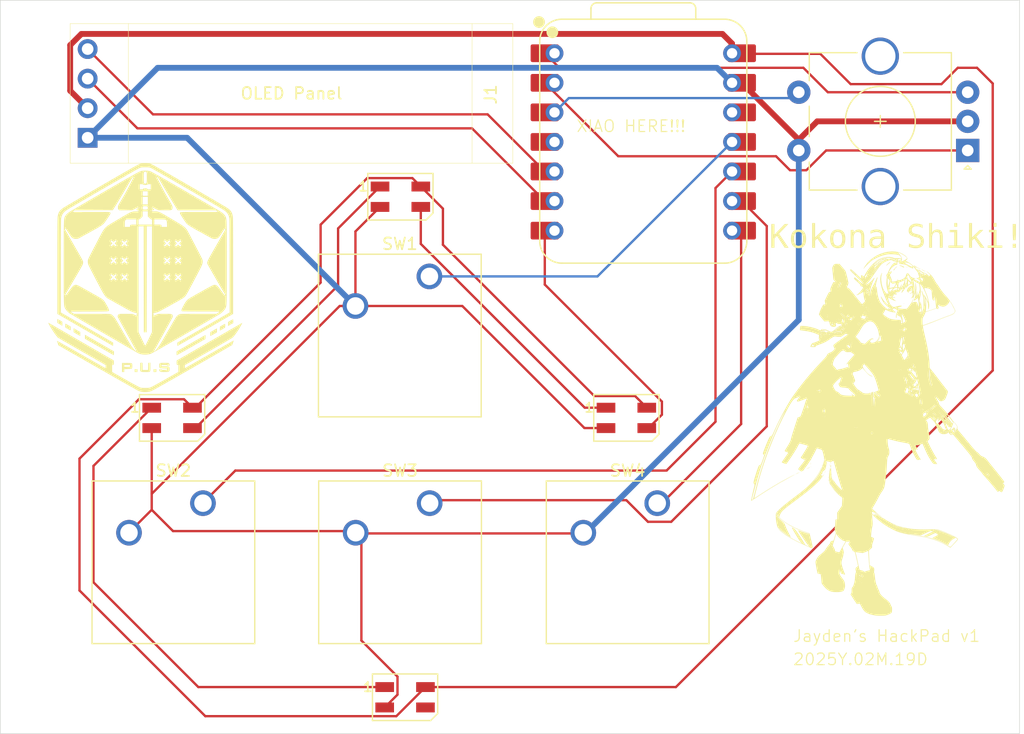
<source format=kicad_pcb>
(kicad_pcb (version 20240108) (generator "pcbnew") (generator_version "8.0")
  (layers (0 "F.Cu" signal) (31 "B.Cu" signal) (34 "B.Paste" user) (35 "F.Paste" user) (36 "B.SilkS" user "B.Silkscreen") (37 "F.SilkS" user "F.Silkscreen") (38 "B.Mask" user) (39 "F.Mask" user) (44 "Edge.Cuts" user))
  (net 0 "")
  (net 1 "Net-(D1-DOUT)")
  (net 2 "+5V")
  (net 3 "GND")
  (net 4 "Net-(D1-DIN)")
  (net 5 "Net-(D2-DOUT)")
  (net 6 "Net-(D3-DIN)")
  (net 7 "Net-(U1-GPIO3{slash}MOSI)")
  (net 8 "Net-(U1-GPIO4{slash}MISO)")
  (net 9 "Net-(U1-GPIO2{slash}SCK)")
  (net 10 "Net-(U1-GPIO1{slash}RX)")
  (net 13 "Net-(U1-GPIO27{slash}ADC1{slash}A1)")
  (net 14 "Net-(U1-GPIO26{slash}ADC0{slash}A0)")
  (net 15 "SCL")
  (net 17 "Net-(U1-GPIO28{slash}ADC2{slash}A2)")
  (net 18 "SDA")
  (footprint "LED_SMD:LED_SK6812MINI_PLCC4_3.5x3.5mm_P1.75mm" (layer "F.Cu") (at 157.75 84.875)
    (property "Reference" "D3" (hide yes))
    (property "Value" "SK6812MINI" (hide yes))
    (fp_text user "1" (at -3.2 -0.875 0) (layer "F.SilkS") (effects (font (size 0.8 0.8))))
    (pad "1" smd rect (at -1.75 -0.875) (size 1.6 0.85) (layers "F.Cu" "F.Paste" "F.Mask") (net 4 "Net-(D1-DIN)"))
    (pad "2" smd rect (at -1.75 0.875) (size 1.6 0.85) (layers "F.Cu" "F.Paste" "F.Mask") (net 3 "GND"))
    (pad "3" smd rect (at 1.75 0.875) (size 1.6 0.85) (layers "F.Cu" "F.Paste" "F.Mask") (net 6 "Net-(D3-DIN)"))
    (pad "4" smd rect (at 1.75 -0.875) (size 1.6 0.85) (layers "F.Cu" "F.Paste" "F.Mask") (net 2 "+5V"))
  )
  (footprint "hackpadv1:SSD1306-0.91-OLED-4pin-128x32" (layer "F.Cu") (at 148 63 180)
    (property "Reference" "J1" (at 1.9 5.91 90) (layer "F.SilkS"))
    (property "Value" "Conn_01x04_Pin" (hide yes))
    (fp_text user "OLED Panel" (at 19 6 0) (layer "F.SilkS"))
    (pad "1" thru_hole rect (at 36.5 2.19 180) (size 1.7 1.7) (drill 1) (layers "*.Cu" "*.Mask") (net 3 "GND"))
    (pad "2" thru_hole oval (at 36.5 4.73 180) (size 1.7 1.7) (drill 1) (layers "*.Cu" "*.Mask") (net 2 "+5V"))
    (pad "3" thru_hole oval (at 36.5 7.27 180) (size 1.7 1.7) (drill 1) (layers "*.Cu" "*.Mask") (net 15 "SCL"))
    (pad "4" thru_hole oval (at 36.5 9.81 180) (size 1.7 1.7) (drill 1) (layers "*.Cu" "*.Mask") (net 18 "SDA"))
  )
  (footprint "Button_Switch_Keyboard:SW_Cherry_MX_1.00u_PCB" (layer "F.Cu") (at 140.86 92.2)
    (property "Reference" "SW3" (at -2.54 -2.794 0) (layer "F.SilkS"))
    (property "Value" "SW_Push" (hide yes))
    (pad "" np_thru_hole circle (at -7.62 5.08) (size 1.7 1.7) (drill 1.7) (layers "*.Cu" "*.Mask"))
    (pad "" np_thru_hole circle (at -2.54 5.08) (size 4 4) (drill 4) (layers "*.Cu" "*.Mask"))
    (pad "" np_thru_hole circle (at 2.54 5.08) (size 1.7 1.7) (drill 1.7) (layers "*.Cu" "*.Mask"))
    (pad "1" thru_hole circle (at 0 0) (size 2.2 2.2) (drill 1.5) (layers "*.Cu" "*.Mask") (net 9 "Net-(U1-GPIO2{slash}SCK)"))
    (pad "2" thru_hole circle (at -6.35 2.54) (size 2.2 2.2) (drill 1.5) (layers "*.Cu" "*.Mask") (net 3 "GND"))
  )
  (footprint "Button_Switch_Keyboard:SW_Cherry_MX_1.00u_PCB" (layer "F.Cu") (at 121.4 92.2)
    (property "Reference" "SW2" (at -2.54 -2.794 0) (layer "F.SilkS"))
    (property "Value" "SW_Push" (hide yes))
    (pad "" np_thru_hole circle (at -7.62 5.08) (size 1.7 1.7) (drill 1.7) (layers "*.Cu" "*.Mask"))
    (pad "" np_thru_hole circle (at -2.54 5.08) (size 4 4) (drill 4) (layers "*.Cu" "*.Mask"))
    (pad "" np_thru_hole circle (at 2.54 5.08) (size 1.7 1.7) (drill 1.7) (layers "*.Cu" "*.Mask"))
    (pad "1" thru_hole circle (at 0 0) (size 2.2 2.2) (drill 1.5) (layers "*.Cu" "*.Mask") (net 8 "Net-(U1-GPIO4{slash}MISO)"))
    (pad "2" thru_hole circle (at -6.35 2.54) (size 2.2 2.2) (drill 1.5) (layers "*.Cu" "*.Mask") (net 3 "GND"))
  )
  (footprint "Button_Switch_Keyboard:SW_Cherry_MX_1.00u_PCB" (layer "F.Cu") (at 140.84 72.72)
    (property "Reference" "SW1" (at -2.54 -2.794 0) (layer "F.SilkS"))
    (property "Value" "SW_Push" (hide yes))
    (pad "" np_thru_hole circle (at -7.62 5.08) (size 1.7 1.7) (drill 1.7) (layers "*.Cu" "*.Mask"))
    (pad "" np_thru_hole circle (at -2.54 5.08) (size 4 4) (drill 4) (layers "*.Cu" "*.Mask"))
    (pad "" np_thru_hole circle (at 2.54 5.08) (size 1.7 1.7) (drill 1.7) (layers "*.Cu" "*.Mask"))
    (pad "1" thru_hole circle (at 0 0) (size 2.2 2.2) (drill 1.5) (layers "*.Cu" "*.Mask") (net 7 "Net-(U1-GPIO3{slash}MOSI)"))
    (pad "2" thru_hole circle (at -6.35 2.54) (size 2.2 2.2) (drill 1.5) (layers "*.Cu" "*.Mask") (net 3 "GND"))
  )
  (footprint "Rotary_Encoder:RotaryEncoder_Alps_EC11E-Switch_Vertical_H20mm_CircularMountingHoles" (layer "F.Cu") (at 187.05 61.9 180)
    (property "Reference" "SW5" (hide yes))
    (property "Value" "RotaryEncoder_Switch" (hide yes))
    (pad "A" thru_hole rect (at 0 0 180) (size 2 2) (drill 1) (layers "*.Cu" "*.Mask") (net 13 "Net-(U1-GPIO27{slash}ADC1{slash}A1)"))
    (pad "B" thru_hole circle (at 0 5 180) (size 2 2) (drill 1) (layers "*.Cu" "*.Mask") (net 14 "Net-(U1-GPIO26{slash}ADC0{slash}A0)"))
    (pad "C" thru_hole circle (at 0 2.5 180) (size 2 2) (drill 1) (layers "*.Cu" "*.Mask") (net 3 "GND"))
    (pad "MP" thru_hole circle (at 7.5 -3.1 180) (size 3.2 3.2) (drill 2.6) (layers "*.Cu" "*.Mask"))
    (pad "MP" thru_hole circle (at 7.5 8.1 180) (size 3.2 3.2) (drill 2.6) (layers "*.Cu" "*.Mask"))
    (pad "S1" thru_hole circle (at 14.5 5 180) (size 2 2) (drill 1) (layers "*.Cu" "*.Mask") (net 17 "Net-(U1-GPIO28{slash}ADC2{slash}A2)"))
    (pad "S2" thru_hole circle (at 14.5 0 180) (size 2 2) (drill 1) (layers "*.Cu" "*.Mask") (net 3 "GND"))
  )
  (footprint "hackpadv1:PaintingUtopiaSecurityLogo" (layer "F.Cu") (at 116.4 72.8)
    (property "Reference" "G***" (hide yes))
    (property "Value" "LOGO" (hide yes))
  )
  (footprint "OPL:XIAO-RP2040-DIP" (layer "F.Cu") (at 159.2 61.1685)
    (property "Reference" "U1" (hide yes))
    (property "Value" "XIAO-RP2040-DIP")
    (pad "1" smd roundrect (at -8.455 -7.62 180) (size 2.432 1.524) (layers "F.Cu" "F.Mask") (roundrect_rratio 0.1) (net 14 "Net-(U1-GPIO26{slash}ADC0{slash}A0)"))
    (pad "1" thru_hole circle (at -7.62 -7.62 180) (size 1.524 1.524) (drill 0.889) (layers "*.Cu" "*.Mask") (net 14 "Net-(U1-GPIO26{slash}ADC0{slash}A0)"))
    (pad "2" smd roundrect (at -8.455 -5.08 180) (size 2.432 1.524) (layers "F.Cu" "F.Mask") (roundrect_rratio 0.1) (net 13 "Net-(U1-GPIO27{slash}ADC1{slash}A1)"))
    (pad "2" thru_hole circle (at -7.62 -5.08 180) (size 1.524 1.524) (drill 0.889) (layers "*.Cu" "*.Mask") (net 13 "Net-(U1-GPIO27{slash}ADC1{slash}A1)"))
    (pad "3" smd roundrect (at -8.455 -2.54 180) (size 2.432 1.524) (layers "F.Cu" "F.Mask") (roundrect_rratio 0.1) (net 17 "Net-(U1-GPIO28{slash}ADC2{slash}A2)"))
    (pad "3" thru_hole circle (at -7.62 -2.54 180) (size 1.524 1.524) (drill 0.889) (layers "*.Cu" "*.Mask") (net 17 "Net-(U1-GPIO28{slash}ADC2{slash}A2)"))
    (pad "4" smd roundrect (at -8.455 0 180) (size 2.432 1.524) (layers "F.Cu" "F.Mask") (roundrect_rratio 0.1))
    (pad "4" thru_hole circle (at -7.62 0 180) (size 1.524 1.524) (drill 0.889) (layers "*.Cu" "*.Mask"))
    (pad "5" smd roundrect (at -8.455 2.54 180) (size 2.432 1.524) (layers "F.Cu" "F.Mask") (roundrect_rratio 0.1) (net 18 "SDA"))
    (pad "5" thru_hole circle (at -7.62 2.54 180) (size 1.524 1.524) (drill 0.889) (layers "*.Cu" "*.Mask") (net 18 "SDA"))
    (pad "6" smd roundrect (at -8.455 5.08 180) (size 2.432 1.524) (layers "F.Cu" "F.Mask") (roundrect_rratio 0.1) (net 15 "SCL"))
    (pad "6" thru_hole circle (at -7.62 5.08 180) (size 1.524 1.524) (drill 0.889) (layers "*.Cu" "*.Mask") (net 15 "SCL"))
    (pad "7" smd roundrect (at -8.455 7.62 180) (size 2.432 1.524) (layers "F.Cu" "F.Mask") (roundrect_rratio 0.1) (net 6 "Net-(D3-DIN)"))
    (pad "7" thru_hole circle (at -7.62 7.62 180) (size 1.524 1.524) (drill 0.889) (layers "*.Cu" "*.Mask") (net 6 "Net-(D3-DIN)"))
    (pad "8" thru_hole circle (at 7.62 7.62) (size 1.524 1.524) (drill 0.889) (layers "*.Cu" "*.Mask") (net 10 "Net-(U1-GPIO1{slash}RX)"))
    (pad "8" smd roundrect (at 8.455 7.62) (size 2.432 1.524) (layers "F.Cu" "F.Mask") (roundrect_rratio 0.1) (net 10 "Net-(U1-GPIO1{slash}RX)"))
    (pad "9" thru_hole circle (at 7.62 5.08) (size 1.524 1.524) (drill 0.889) (layers "*.Cu" "*.Mask") (net 9 "Net-(U1-GPIO2{slash}SCK)"))
    (pad "9" smd roundrect (at 8.455 5.08) (size 2.432 1.524) (layers "F.Cu" "F.Mask") (roundrect_rratio 0.1) (net 9 "Net-(U1-GPIO2{slash}SCK)"))
    (pad "10" thru_hole circle (at 7.62 2.54) (size 1.524 1.524) (drill 0.889) (layers "*.Cu" "*.Mask") (net 8 "Net-(U1-GPIO4{slash}MISO)"))
    (pad "10" smd roundrect (at 8.455 2.54) (size 2.432 1.524) (layers "F.Cu" "F.Mask") (roundrect_rratio 0.1) (net 8 "Net-(U1-GPIO4{slash}MISO)"))
    (pad "11" thru_hole circle (at 7.62 0) (size 1.524 1.524) (drill 0.889) (layers "*.Cu" "*.Mask") (net 7 "Net-(U1-GPIO3{slash}MOSI)"))
    (pad "11" smd roundrect (at 8.455 0) (size 2.432 1.524) (layers "F.Cu" "F.Mask") (roundrect_rratio 0.1) (net 7 "Net-(U1-GPIO3{slash}MOSI)"))
    (pad "12" thru_hole circle (at 7.62 -2.54) (size 1.524 1.524) (drill 0.889) (layers "*.Cu" "*.Mask"))
    (pad "12" smd roundrect (at 8.455 -2.54) (size 2.432 1.524) (layers "F.Cu" "F.Mask") (roundrect_rratio 0.1))
    (pad "13" thru_hole circle (at 7.62 -5.08) (size 1.524 1.524) (drill 0.889) (layers "*.Cu" "*.Mask") (net 3 "GND"))
    (pad "13" smd roundrect (at 8.455 -5.08) (size 2.432 1.524) (layers "F.Cu" "F.Mask") (roundrect_rratio 0.1) (net 3 "GND"))
    (pad "14" thru_hole circle (at 7.62 -7.62) (size 1.524 1.524) (drill 0.889) (layers "*.Cu" "*.Mask") (net 2 "+5V"))
    (pad "14" smd roundrect (at 8.455 -7.62) (size 2.432 1.524) (layers "F.Cu" "F.Mask") (roundrect_rratio 0.1) (net 2 "+5V"))
  )
  (footprint "LED_SMD:LED_SK6812MINI_PLCC4_3.5x3.5mm_P1.75mm" (layer "F.Cu") (at 118.75 84.875)
    (property "Reference" "D2" (hide yes))
    (property "Value" "SK6812MINI" (hide yes))
    (fp_text user "1" (at -3.2 -0.875 0) (layer "F.SilkS") (effects (font (size 0.8 0.8))))
    (pad "1" smd rect (at -1.75 -0.875) (size 1.6 0.85) (layers "F.Cu" "F.Paste" "F.Mask") (net 5 "Net-(D2-DOUT)"))
    (pad "2" smd rect (at -1.75 0.875) (size 1.6 0.85) (layers "F.Cu" "F.Paste" "F.Mask") (net 3 "GND"))
    (pad "3" smd rect (at 1.75 0.875) (size 1.6 0.85) (layers "F.Cu" "F.Paste" "F.Mask") (net 1 "Net-(D1-DOUT)"))
    (pad "4" smd rect (at 1.75 -0.875) (size 1.6 0.85) (layers "F.Cu" "F.Paste" "F.Mask") (net 2 "+5V"))
  )
  (footprint "LED_SMD:LED_SK6812MINI_PLCC4_3.5x3.5mm_P1.75mm" (layer "F.Cu") (at 138.35 65.875)
    (property "Reference" "D1" (hide yes))
    (property "Value" "SK6812MINI" (hide yes))
    (fp_text user "1" (at -3.2 -0.875 0) (layer "F.SilkS") (effects (font (size 0.8 0.8))))
    (pad "1" smd rect (at -1.75 -0.875) (size 1.6 0.85) (layers "F.Cu" "F.Paste" "F.Mask") (net 1 "Net-(D1-DOUT)"))
    (pad "2" smd rect (at -1.75 0.875) (size 1.6 0.85) (layers "F.Cu" "F.Paste" "F.Mask") (net 3 "GND"))
    (pad "3" smd rect (at 1.75 0.875) (size 1.6 0.85) (layers "F.Cu" "F.Paste" "F.Mask") (net 4 "Net-(D1-DIN)"))
    (pad "4" smd rect (at 1.75 -0.875) (size 1.6 0.85) (layers "F.Cu" "F.Paste" "F.Mask") (net 2 "+5V"))
  )
  (footprint "Button_Switch_Keyboard:SW_Cherry_MX_1.00u_PCB" (layer "F.Cu") (at 160.4 92.2)
    (property "Reference" "SW4" (at -2.54 -2.794 0) (layer "F.SilkS"))
    (property "Value" "SW_Push" (hide yes))
    (pad "" np_thru_hole circle (at -7.62 5.08) (size 1.7 1.7) (drill 1.7) (layers "*.Cu" "*.Mask"))
    (pad "" np_thru_hole circle (at -2.54 5.08) (size 4 4) (drill 4) (layers "*.Cu" "*.Mask"))
    (pad "" np_thru_hole circle (at 2.54 5.08) (size 1.7 1.7) (drill 1.7) (layers "*.Cu" "*.Mask"))
    (pad "1" thru_hole circle (at 0 0) (size 2.2 2.2) (drill 1.5) (layers "*.Cu" "*.Mask") (net 10 "Net-(U1-GPIO1{slash}RX)"))
    (pad "2" thru_hole circle (at -6.35 2.54) (size 2.2 2.2) (drill 1.5) (layers "*.Cu" "*.Mask") (net 3 "GND"))
  )
  (footprint "hackpadv1:KokonaSilkscreen1" (layer "F.Cu") (at 179.4 86)
    (property "Reference" "G***" (at 0 0 0) (layer "F.SilkS") (effects (font (size 1.5 1.5) (thickness 0.3))))
    (property "Value" "LOGO" (hide yes))
  )
  (footprint "LED_SMD:LED_SK6812MINI_PLCC4_3.5x3.5mm_P1.75mm" (layer "F.Cu") (at 138.75 108.875)
    (property "Reference" "D4" (hide yes))
    (property "Value" "SK6812MINI" (hide yes))
    (fp_text user "1" (at -3.2 -0.875 0) (layer "F.SilkS") (effects (font (size 0.8 0.8))))
    (pad "1" smd rect (at -1.75 -0.875) (size 1.6 0.85) (layers "F.Cu" "F.Paste" "F.Mask") (net 5 "Net-(D2-DOUT)"))
    (pad "2" smd rect (at -1.75 0.875) (size 1.6 0.85) (layers "F.Cu" "F.Paste" "F.Mask") (net 3 "GND"))
    (pad "3" smd rect (at 1.75 0.875) (size 1.6 0.85) (layers "F.Cu" "F.Paste" "F.Mask"))
    (pad "4" smd rect (at 1.75 -0.875) (size 1.6 0.85) (layers "F.Cu" "F.Paste" "F.Mask") (net 2 "+5V"))
  )
  (gr_rect (start 104 49) (end 191.5 112) (stroke (width 0.05)) (fill none) (layer "Edge.Cuts"))
  (gr_text "2025Y.02M.19D" (at 172 106.2 0) (layer "F.SilkS") (effects (font (size 1 1) (thickness 0.1)) (justify left bottom)))
  (gr_text "XIAO HERE!!!" (at 153.4 60.4 0) (layer "F.SilkS") (effects (font (size 1 1) (thickness 0.1)) (justify left bottom)))
  (gr_text "Jayden's HackPad v1" (at 172 104.2 0) (layer "F.SilkS") (effects (font (size 1 1) (thickness 0.1)) (justify left bottom)))
  (gr_text "Kokona Shiki!" (at 170 70.6 0) (layer "F.SilkS") (effects (font (size 2 2) (thickness 0.1)) (justify left bottom)))
  (segment (start 133 68.6) (end 133 73.5) (width 0.2) (layer "F.Cu") (net 1))
  (segment (start 133 73.5) (end 120.75 85.75) (width 0.2) (layer "F.Cu") (net 1))
  (segment (start 120.75 85.75) (end 120.5 85.75) (width 0.2) (layer "F.Cu") (net 1))
  (segment (start 136.6 65) (end 133 68.6) (width 0.2) (layer "F.Cu") (net 1))
  (segment (start 162 108) (end 189.2 80.8) (width 0.2) (layer "F.Cu") (net 2))
  (segment (start 119.775 83.275) (end 115.9 83.275) (width 0.2) (layer "F.Cu") (net 2))
  (segment (start 165.9965 51.89) (end 166.82 52.7135) (width 0.5) (layer "F.Cu") (net 2))
  (segment (start 158.5 83) (end 155 83) (width 0.2) (layer "F.Cu") (net 2))
  (segment (start 111.5 58.27) (end 110 56.77) (width 0.5) (layer "F.Cu") (net 2))
  (segment (start 121.6 110.5) (end 138 110.5) (width 0.2) (layer "F.Cu") (net 2))
  (segment (start 174.4 53.6) (end 167.7065 53.6) (width 0.2) (layer "F.Cu") (net 2))
  (segment (start 110 52.851522) (end 110.961522 51.89) (width 0.5) (layer "F.Cu") (net 2))
  (segment (start 110.8 88.375) (end 110.8 99.7) (width 0.2) (layer "F.Cu") (net 2))
  (segment (start 115.9 83.275) (end 110.8 88.375) (width 0.2) (layer "F.Cu") (net 2))
  (segment (start 142 70) (end 142 66.9) (width 0.2) (layer "F.Cu") (net 2))
  (segment (start 189.2 56.15) (end 187.85 54.8) (width 0.2) (layer "F.Cu") (net 2))
  (segment (start 177 56.2) (end 174.4 53.6) (width 0.2) (layer "F.Cu") (net 2))
  (segment (start 155 83) (end 142 70) (width 0.2) (layer "F.Cu") (net 2))
  (segment (start 110 56.77) (end 110 52.851522) (width 0.5) (layer "F.Cu") (net 2))
  (segment (start 138 110.5) (end 140.5 108) (width 0.2) (layer "F.Cu") (net 2))
  (segment (start 131.5 73.25) (end 131.5 68.275) (width 0.2) (layer "F.Cu") (net 2))
  (segment (start 110.8 99.7) (end 121.6 110.5) (width 0.2) (layer "F.Cu") (net 2))
  (segment (start 189.2 80.8) (end 189.2 56.15) (width 0.2) (layer "F.Cu") (net 2))
  (segment (start 120.5 84) (end 119.775 83.275) (width 0.2) (layer "F.Cu") (net 2))
  (segment (start 131.5 68.275) (end 135.5 64.275) (width 0.2) (layer "F.Cu") (net 2))
  (segment (start 159.5 84) (end 159 84) (width 0.2) (layer "F.Cu") (net 2))
  (segment (start 167.7065 53.6) (end 167.655 53.5485) (width 0.2) (layer "F.Cu") (net 2))
  (segment (start 110.961522 51.89) (end 165.9965 51.89) (width 0.5) (layer "F.Cu") (net 2))
  (segment (start 184.8 56.2) (end 177 56.2) (width 0.2) (layer "F.Cu") (net 2))
  (segment (start 159.5 84) (end 158.5 83) (width 0.2) (layer "F.Cu") (net 2))
  (segment (start 135.5 64.275) (end 139.375 64.275) (width 0.2) (layer "F.Cu") (net 2))
  (segment (start 120.5 84) (end 120.75 84) (width 0.2) (layer "F.Cu") (net 2))
  (segment (start 186.2 54.8) (end 184.8 56.2) (width 0.2) (layer "F.Cu") (net 2))
  (segment (start 142 66.9) (end 140.1 65) (width 0.2) (layer "F.Cu") (net 2))
  (segment (start 120.75 84) (end 131.5 73.25) (width 0.2) (layer "F.Cu") (net 2))
  (segment (start 187.85 54.8) (end 186.2 54.8) (width 0.2) (layer "F.Cu") (net 2))
  (segment (start 139.375 64.275) (end 140.1 65) (width 0.2) (layer "F.Cu") (net 2))
  (segment (start 140.5 108) (end 162 108) (width 0.2) (layer "F.Cu") (net 2))
  (segment (start 166.82 52.7135) (end 166.82 53.5485) (width 0.5) (layer "F.Cu") (net 2))
  (segment (start 134.49 75.26) (end 134.49 68.86) (width 0.2) (layer "F.Cu") (net 3))
  (segment (start 172.55 60.9835) (end 172.55 61.9) (width 0.5) (layer "F.Cu") (net 3))
  (segment (start 174.1335 59.4) (end 187.05 59.4) (width 0.5) (layer "F.Cu") (net 3))
  (segment (start 138.1 108.65) (end 138.1 107.1) (width 0.2) (layer "F.Cu") (net 3))
  (segment (start 134.49 75.26) (end 143.66 75.26) (width 0.2) (layer "F.Cu") (net 3))
  (segment (start 134.37 94.6) (end 118.83 94.6) (width 0.2) (layer "F.Cu") (net 3))
  (segment (start 143.66 75.26) (end 154.15 85.75) (width 0.2) (layer "F.Cu") (net 3))
  (segment (start 138.1 107.1) (end 135 104) (width 0.2) (layer "F.Cu") (net 3))
  (segment (start 134.57 94.8) (end 154.2 94.8) (width 0.2) (layer "F.Cu") (net 3))
  (segment (start 137 109.75) (end 138.1 108.65) (width 0.2) (layer "F.Cu") (net 3))
  (segment (start 117 92.77) (end 115.05 94.72) (width 0.2) (layer "F.Cu") (net 3))
  (segment (start 134.51 94.74) (end 134.37 94.6) (width 0.2) (layer "F.Cu") (net 3))
  (segment (start 135 95.23) (end 134.51 94.74) (width 0.2) (layer "F.Cu") (net 3))
  (segment (start 135 104) (end 135 95.23) (width 0.2) (layer "F.Cu") (net 3))
  (segment (start 115.05 94.72) (end 115.05 94.74) (width 0.2) (layer "F.Cu") (net 3))
  (segment (start 117 91.4) (end 133.14 75.26) (width 0.2) (layer "F.Cu") (net 3))
  (segment (start 134.49 68.86) (end 136.6 66.75) (width 0.2) (layer "F.Cu") (net 3))
  (segment (start 172.55 60.9835) (end 174.1335 59.4) (width 0.5) (layer "F.Cu") (net 3))
  (segment (start 134.51 94.74) (end 134.57 94.8) (width 0.2) (layer "F.Cu") (net 3))
  (segment (start 154.15 85.75) (end 156 85.75) (width 0.2) (layer "F.Cu") (net 3))
  (segment (start 167.655 56.0885) (end 172.55 60.9835) (width 0.5) (layer "F.Cu") (net 3))
  (segment (start 118.83 94.6) (end 117 92.77) (width 0.2) (layer "F.Cu") (net 3))
  (segment (start 133.14 75.26) (end 134.49 75.26) (width 0.2) (layer "F.Cu") (net 3))
  (segment (start 153.745 94.745) (end 154 95) (width 0.2) (layer "F.Cu") (net 3))
  (segment (start 117 85.75) (end 117 92.77) (width 0.2) (layer "F.Cu") (net 3))
  (segment (start 111.5 60.81) (end 117.51 54.8) (width 0.5) (layer "B.Cu") (net 3))
  (segment (start 111.5 60.81) (end 120.04 60.81) (width 0.5) (layer "B.Cu") (net 3))
  (segment (start 165.5315 54.8) (end 166.82 56.0885) (width 0.5) (layer "B.Cu") (net 3))
  (segment (start 172.55 76.45) (end 154.2 94.8) (width 0.5) (layer "B.Cu") (net 3))
  (segment (start 117.51 54.8) (end 165.5315 54.8) (width 0.5) (layer "B.Cu") (net 3))
  (segment (start 120.04 60.81) (end 134.49 75.26) (width 0.5) (layer "B.Cu") (net 3))
  (segment (start 172.55 61.9) (end 172.55 76.45) (width 0.5) (layer "B.Cu") (net 3))
  (segment (start 140.1 69.925) (end 140.1 66.75) (width 0.2) (layer "F.Cu") (net 4))
  (segment (start 154.175 84) (end 140.1 69.925) (width 0.2) (layer "F.Cu") (net 4))
  (segment (start 156.5 84) (end 154.175 84) (width 0.2) (layer "F.Cu") (net 4))
  (segment (start 121 108) (end 137 108) (width 0.2) (layer "F.Cu") (net 5))
  (segment (start 136.5 108) (end 137 108) (width 0.2) (layer "F.Cu") (net 5))
  (segment (start 112 89) (end 112 99) (width 0.2) (layer "F.Cu") (net 5))
  (segment (start 117 84) (end 112 89) (width 0.2) (layer "F.Cu") (net 5))
  (segment (start 112 99) (end 121 108) (width 0.2) (layer "F.Cu") (net 5))
  (segment (start 159.65 85.75) (end 160.8 84.6) (width 0.2) (layer "F.Cu") (net 6))
  (segment (start 160.8 84.6) (end 160.8 83.475) (width 0.2) (layer "F.Cu") (net 6))
  (segment (start 150.745 73.42) (end 150.745 68.7885) (width 0.2) (layer "F.Cu") (net 6))
  (segment (start 159.5 85.75) (end 159.65 85.75) (width 0.2) (layer "F.Cu") (net 6))
  (segment (start 160.8 83.475) (end 150.745 73.42) (width 0.2) (layer "F.Cu") (net 6))
  (segment (start 141.22 72.72) (end 140.84 72.72) (width 0.2) (layer "F.Cu") (net 7))
  (segment (start 155.2685 72.72) (end 166.82 61.1685) (width 0.2) (layer "B.Cu") (net 7))
  (segment (start 140.84 72.72) (end 155.2685 72.72) (width 0.2) (layer "B.Cu") (net 7))
  (segment (start 165.4 65.1285) (end 165.4 85.2) (width 0.2) (layer "F.Cu") (net 8))
  (segment (start 165.4 85.2) (end 161.2 89.4) (width 0.2) (layer "F.Cu") (net 8))
  (segment (start 166.82 63.7085) (end 165.4 65.1285) (width 0.2) (layer "F.Cu") (net 8))
  (segment (start 161.2 89.4) (end 124.18 89.4) (width 0.2) (layer "F.Cu") (net 8))
  (segment (start 121.4 92.18) (end 121.4 92.2) (width 0.2) (layer "F.Cu") (net 8))
  (segment (start 124.18 89.4) (end 121.4 92.18) (width 0.2) (layer "F.Cu") (net 8))
  (segment (start 161.6 93.8) (end 159.6 93.8) (width 0.2) (layer "F.Cu") (net 9))
  (segment (start 159.6 93.8) (end 157.745 91.945) (width 0.2) (layer "F.Cu") (net 9))
  (segment (start 157.745 91.945) (end 140.86 91.945) (width 0.2) (layer "F.Cu") (net 9))
  (segment (start 169.8 68.3935) (end 169.8 85.6) (width 0.2) (layer "F.Cu") (net 9))
  (segment (start 169.8 85.6) (end 161.6 93.8) (width 0.2) (layer "F.Cu") (net 9))
  (segment (start 167.655 66.2485) (end 169.8 68.3935) (width 0.2) (layer "F.Cu") (net 9))
  (segment (start 167.6 68.8435) (end 167.6 85.4) (width 0.2) (layer "F.Cu") (net 10))
  (segment (start 160.74 92.26) (end 160.55 92.26) (width 0.2) (layer "F.Cu") (net 10))
  (segment (start 167.6 85.4) (end 160.74 92.26) (width 0.2) (layer "F.Cu") (net 10))
  (segment (start 167.655 68.7885) (end 167.6 68.8435) (width 0.2) (layer "F.Cu") (net 10))
  (segment (start 157.0565 62.4) (end 150.745 56.0885) (width 0.2) (layer "F.Cu") (net 13))
  (segment (start 187.05 61.9) (end 174.9 61.9) (width 0.2) (layer "F.Cu") (net 13))
  (segment (start 171.8 63.6) (end 170.6 62.4) (width 0.2) (layer "F.Cu") (net 13))
  (segment (start 173.2 63.6) (end 171.8 63.6) (width 0.2) (layer "F.Cu") (net 13))
  (segment (start 174.9 61.9) (end 173.2 63.6) (width 0.2) (layer "F.Cu") (net 13))
  (segment (start 170.6 62.4) (end 157.0565 62.4) (width 0.2) (layer "F.Cu") (net 13))
  (segment (start 172.944239 54.8) (end 151.9965 54.8) (width 0.2) (layer "F.Cu") (net 14))
  (segment (start 187.05 56.9) (end 175.044239 56.9) (width 0.2) (layer "F.Cu") (net 14))
  (segment (start 175.044239 56.9) (end 172.944239 54.8) (width 0.2) (layer "F.Cu") (net 14))
  (segment (start 151.9965 54.8) (end 150.745 53.5485) (width 0.2) (layer "F.Cu") (net 14))
  (segment (start 115.77 60) (end 144.4965 60) (width 0.2) (layer "F.Cu") (net 15))
  (segment (start 144.4965 60) (end 150.745 66.2485) (width 0.2) (layer "F.Cu") (net 15))
  (segment (start 111.5 55.73) (end 115.77 60) (width 0.2) (layer "F.Cu") (net 15))
  (segment (start 152.8085 57.4) (end 151.58 58.6285) (width 0.2) (layer "B.Cu") (net 17))
  (segment (start 172.05 57.4) (end 152.8085 57.4) (width 0.2) (layer "B.Cu") (net 17))
  (segment (start 172.55 56.9) (end 172.05 57.4) (width 0.2) (layer "B.Cu") (net 17))
  (segment (start 150.745 63.7085) (end 145.8365 58.8) (width 0.2) (layer "F.Cu") (net 18))
  (segment (start 145.8365 58.8) (end 117.11 58.8) (width 0.2) (layer "F.Cu") (net 18))
  (segment (start 117.11 58.8) (end 111.5 53.19) (width 0.2) (layer "F.Cu") (net 18))
)
</source>
